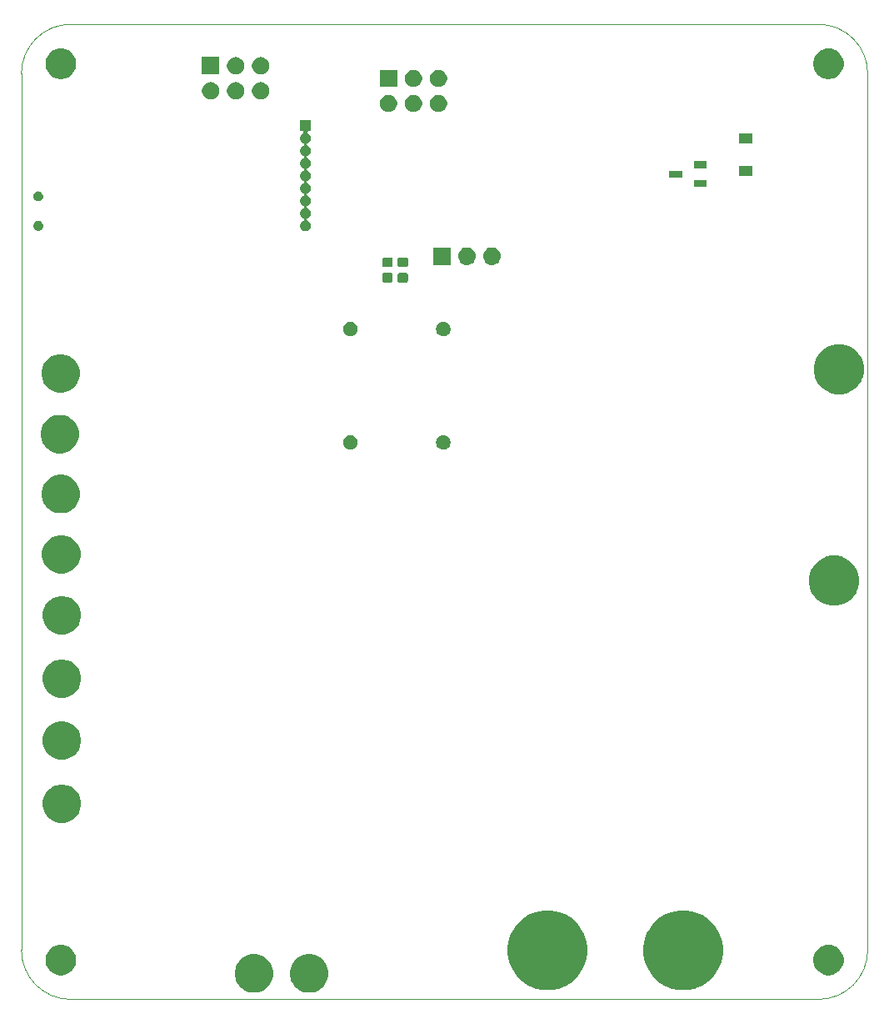
<source format=gbr>
G04 #@! TF.GenerationSoftware,KiCad,Pcbnew,(5.1.2)-2*
G04 #@! TF.CreationDate,2022-02-01T22:26:33+01:00*
G04 #@! TF.ProjectId,PDM,50444d2e-6b69-4636-9164-5f7063625858,rev?*
G04 #@! TF.SameCoordinates,Original*
G04 #@! TF.FileFunction,Soldermask,Bot*
G04 #@! TF.FilePolarity,Negative*
%FSLAX46Y46*%
G04 Gerber Fmt 4.6, Leading zero omitted, Abs format (unit mm)*
G04 Created by KiCad (PCBNEW (5.1.2)-2) date 2022-02-01 22:26:33*
%MOMM*%
%LPD*%
G04 APERTURE LIST*
%ADD10C,0.050000*%
%ADD11C,0.100000*%
G04 APERTURE END LIST*
D10*
X74000000Y-80000000D02*
X74000000Y-118000000D01*
X79000000Y-123000000D02*
G75*
G02X74000000Y-118000000I0J5000000D01*
G01*
X160000000Y-118000000D02*
G75*
G02X155000000Y-123000000I-5000000J0D01*
G01*
X155000000Y-24000000D02*
G75*
G02X160000000Y-29000000I0J-5000000D01*
G01*
X74000000Y-29000000D02*
G75*
G02X79000000Y-24000000I5000000J0D01*
G01*
X155000000Y-123000000D02*
X79000000Y-123000000D01*
X160000000Y-29000000D02*
X160000000Y-118000000D01*
X79000000Y-24000000D02*
X155000000Y-24000000D01*
X74000000Y-80000000D02*
X74000000Y-29000000D01*
D11*
G36*
X103797845Y-118491095D02*
G01*
X104152903Y-118638165D01*
X104152905Y-118638166D01*
X104472450Y-118851679D01*
X104744201Y-119123430D01*
X104957714Y-119442975D01*
X104957715Y-119442977D01*
X105104785Y-119798035D01*
X105179760Y-120174962D01*
X105179760Y-120559278D01*
X105104785Y-120936205D01*
X105053779Y-121059344D01*
X104957714Y-121291265D01*
X104744201Y-121610810D01*
X104472450Y-121882561D01*
X104152905Y-122096074D01*
X104152904Y-122096075D01*
X104152903Y-122096075D01*
X103797845Y-122243145D01*
X103420918Y-122318120D01*
X103036602Y-122318120D01*
X102659675Y-122243145D01*
X102304617Y-122096075D01*
X102304616Y-122096075D01*
X102304615Y-122096074D01*
X101985070Y-121882561D01*
X101713319Y-121610810D01*
X101499806Y-121291265D01*
X101403741Y-121059344D01*
X101352735Y-120936205D01*
X101277760Y-120559278D01*
X101277760Y-120174962D01*
X101352735Y-119798035D01*
X101499805Y-119442977D01*
X101499806Y-119442975D01*
X101713319Y-119123430D01*
X101985070Y-118851679D01*
X102304615Y-118638166D01*
X102304617Y-118638165D01*
X102659675Y-118491095D01*
X103036602Y-118416120D01*
X103420918Y-118416120D01*
X103797845Y-118491095D01*
X103797845Y-118491095D01*
G37*
G36*
X98194605Y-118491095D02*
G01*
X98549663Y-118638165D01*
X98549665Y-118638166D01*
X98869210Y-118851679D01*
X99140961Y-119123430D01*
X99354474Y-119442975D01*
X99354475Y-119442977D01*
X99501545Y-119798035D01*
X99576520Y-120174962D01*
X99576520Y-120559278D01*
X99501545Y-120936205D01*
X99450539Y-121059344D01*
X99354474Y-121291265D01*
X99140961Y-121610810D01*
X98869210Y-121882561D01*
X98549665Y-122096074D01*
X98549664Y-122096075D01*
X98549663Y-122096075D01*
X98194605Y-122243145D01*
X97817678Y-122318120D01*
X97433362Y-122318120D01*
X97056435Y-122243145D01*
X96701377Y-122096075D01*
X96701376Y-122096075D01*
X96701375Y-122096074D01*
X96381830Y-121882561D01*
X96110079Y-121610810D01*
X95896566Y-121291265D01*
X95800501Y-121059344D01*
X95749495Y-120936205D01*
X95674520Y-120559278D01*
X95674520Y-120174962D01*
X95749495Y-119798035D01*
X95896565Y-119442977D01*
X95896566Y-119442975D01*
X96110079Y-119123430D01*
X96381830Y-118851679D01*
X96701375Y-118638166D01*
X96701377Y-118638165D01*
X97056435Y-118491095D01*
X97433362Y-118416120D01*
X97817678Y-118416120D01*
X98194605Y-118491095D01*
X98194605Y-118491095D01*
G37*
G36*
X142424332Y-114120237D02*
G01*
X142729705Y-114246727D01*
X143161568Y-114425610D01*
X143825062Y-114868943D01*
X144389317Y-115433198D01*
X144832650Y-116096692D01*
X144844786Y-116125992D01*
X145138023Y-116833928D01*
X145293700Y-117616570D01*
X145293700Y-118414550D01*
X145138023Y-119197192D01*
X145036216Y-119442975D01*
X144832650Y-119934428D01*
X144389317Y-120597922D01*
X143825062Y-121162177D01*
X143161568Y-121605510D01*
X142729705Y-121784393D01*
X142424332Y-121910883D01*
X141641690Y-122066560D01*
X140843710Y-122066560D01*
X140061068Y-121910883D01*
X139755695Y-121784393D01*
X139323832Y-121605510D01*
X138660338Y-121162177D01*
X138096083Y-120597922D01*
X137652750Y-119934428D01*
X137449184Y-119442975D01*
X137347377Y-119197192D01*
X137191700Y-118414550D01*
X137191700Y-117616570D01*
X137347377Y-116833928D01*
X137640614Y-116125992D01*
X137652750Y-116096692D01*
X138096083Y-115433198D01*
X138660338Y-114868943D01*
X139323832Y-114425610D01*
X139755695Y-114246727D01*
X140061068Y-114120237D01*
X140843710Y-113964560D01*
X141641690Y-113964560D01*
X142424332Y-114120237D01*
X142424332Y-114120237D01*
G37*
G36*
X128631632Y-114114677D02*
G01*
X128937005Y-114241167D01*
X129368868Y-114420050D01*
X130032362Y-114863383D01*
X130596617Y-115427638D01*
X131039950Y-116091132D01*
X131163612Y-116389680D01*
X131345323Y-116828368D01*
X131501000Y-117611010D01*
X131501000Y-118408990D01*
X131345323Y-119191632D01*
X131241213Y-119442975D01*
X131039950Y-119928868D01*
X130596617Y-120592362D01*
X130032362Y-121156617D01*
X129368868Y-121599950D01*
X128937005Y-121778833D01*
X128631632Y-121905323D01*
X127848990Y-122061000D01*
X127051010Y-122061000D01*
X126268368Y-121905323D01*
X125962995Y-121778833D01*
X125531132Y-121599950D01*
X124867638Y-121156617D01*
X124303383Y-120592362D01*
X123860050Y-119928868D01*
X123658787Y-119442975D01*
X123554677Y-119191632D01*
X123399000Y-118408990D01*
X123399000Y-117611010D01*
X123554677Y-116828368D01*
X123736388Y-116389680D01*
X123860050Y-116091132D01*
X124303383Y-115427638D01*
X124867638Y-114863383D01*
X125531132Y-114420050D01*
X125962995Y-114241167D01*
X126268368Y-114114677D01*
X127051010Y-113959000D01*
X127848990Y-113959000D01*
X128631632Y-114114677D01*
X128631632Y-114114677D01*
G37*
G36*
X78302585Y-117478802D02*
G01*
X78452410Y-117508604D01*
X78734674Y-117625521D01*
X78988705Y-117795259D01*
X79204741Y-118011295D01*
X79374479Y-118265326D01*
X79491396Y-118547590D01*
X79551000Y-118847240D01*
X79551000Y-119152760D01*
X79491396Y-119452410D01*
X79374479Y-119734674D01*
X79204741Y-119988705D01*
X78988705Y-120204741D01*
X78734674Y-120374479D01*
X78452410Y-120491396D01*
X78306235Y-120520472D01*
X78152761Y-120551000D01*
X77847239Y-120551000D01*
X77693765Y-120520472D01*
X77547590Y-120491396D01*
X77265326Y-120374479D01*
X77011295Y-120204741D01*
X76795259Y-119988705D01*
X76625521Y-119734674D01*
X76508604Y-119452410D01*
X76449000Y-119152760D01*
X76449000Y-118847240D01*
X76508604Y-118547590D01*
X76625521Y-118265326D01*
X76795259Y-118011295D01*
X77011295Y-117795259D01*
X77265326Y-117625521D01*
X77547590Y-117508604D01*
X77697415Y-117478802D01*
X77847239Y-117449000D01*
X78152761Y-117449000D01*
X78302585Y-117478802D01*
X78302585Y-117478802D01*
G37*
G36*
X156302585Y-117478802D02*
G01*
X156452410Y-117508604D01*
X156734674Y-117625521D01*
X156988705Y-117795259D01*
X157204741Y-118011295D01*
X157374479Y-118265326D01*
X157491396Y-118547590D01*
X157551000Y-118847240D01*
X157551000Y-119152760D01*
X157491396Y-119452410D01*
X157374479Y-119734674D01*
X157204741Y-119988705D01*
X156988705Y-120204741D01*
X156734674Y-120374479D01*
X156452410Y-120491396D01*
X156306235Y-120520472D01*
X156152761Y-120551000D01*
X155847239Y-120551000D01*
X155693765Y-120520472D01*
X155547590Y-120491396D01*
X155265326Y-120374479D01*
X155011295Y-120204741D01*
X154795259Y-119988705D01*
X154625521Y-119734674D01*
X154508604Y-119452410D01*
X154449000Y-119152760D01*
X154449000Y-118847240D01*
X154508604Y-118547590D01*
X154625521Y-118265326D01*
X154795259Y-118011295D01*
X155011295Y-117795259D01*
X155265326Y-117625521D01*
X155547590Y-117508604D01*
X155697415Y-117478802D01*
X155847239Y-117449000D01*
X156152761Y-117449000D01*
X156302585Y-117478802D01*
X156302585Y-117478802D01*
G37*
G36*
X78674285Y-101250735D02*
G01*
X79029343Y-101397805D01*
X79029345Y-101397806D01*
X79348890Y-101611319D01*
X79620641Y-101883070D01*
X79834154Y-102202615D01*
X79834155Y-102202617D01*
X79981225Y-102557675D01*
X80056200Y-102934602D01*
X80056200Y-103318918D01*
X79981225Y-103695845D01*
X79834155Y-104050903D01*
X79834154Y-104050905D01*
X79620641Y-104370450D01*
X79348890Y-104642201D01*
X79029345Y-104855714D01*
X79029344Y-104855715D01*
X79029343Y-104855715D01*
X78674285Y-105002785D01*
X78297358Y-105077760D01*
X77913042Y-105077760D01*
X77536115Y-105002785D01*
X77181057Y-104855715D01*
X77181056Y-104855715D01*
X77181055Y-104855714D01*
X76861510Y-104642201D01*
X76589759Y-104370450D01*
X76376246Y-104050905D01*
X76376245Y-104050903D01*
X76229175Y-103695845D01*
X76154200Y-103318918D01*
X76154200Y-102934602D01*
X76229175Y-102557675D01*
X76376245Y-102202617D01*
X76376246Y-102202615D01*
X76589759Y-101883070D01*
X76861510Y-101611319D01*
X77181055Y-101397806D01*
X77181057Y-101397805D01*
X77536115Y-101250735D01*
X77913042Y-101175760D01*
X78297358Y-101175760D01*
X78674285Y-101250735D01*
X78674285Y-101250735D01*
G37*
G36*
X78674285Y-94840735D02*
G01*
X79029343Y-94987805D01*
X79029345Y-94987806D01*
X79348890Y-95201319D01*
X79620641Y-95473070D01*
X79834154Y-95792615D01*
X79834155Y-95792617D01*
X79981225Y-96147675D01*
X80056200Y-96524602D01*
X80056200Y-96908918D01*
X79981225Y-97285845D01*
X79834155Y-97640903D01*
X79834154Y-97640905D01*
X79620641Y-97960450D01*
X79348890Y-98232201D01*
X79029345Y-98445714D01*
X79029344Y-98445715D01*
X79029343Y-98445715D01*
X78674285Y-98592785D01*
X78297358Y-98667760D01*
X77913042Y-98667760D01*
X77536115Y-98592785D01*
X77181057Y-98445715D01*
X77181056Y-98445715D01*
X77181055Y-98445714D01*
X76861510Y-98232201D01*
X76589759Y-97960450D01*
X76376246Y-97640905D01*
X76376245Y-97640903D01*
X76229175Y-97285845D01*
X76154200Y-96908918D01*
X76154200Y-96524602D01*
X76229175Y-96147675D01*
X76376245Y-95792617D01*
X76376246Y-95792615D01*
X76589759Y-95473070D01*
X76861510Y-95201319D01*
X77181055Y-94987806D01*
X77181057Y-94987805D01*
X77536115Y-94840735D01*
X77913042Y-94765760D01*
X78297358Y-94765760D01*
X78674285Y-94840735D01*
X78674285Y-94840735D01*
G37*
G36*
X78674285Y-88551935D02*
G01*
X79029343Y-88699005D01*
X79029345Y-88699006D01*
X79348890Y-88912519D01*
X79620641Y-89184270D01*
X79834154Y-89503815D01*
X79834155Y-89503817D01*
X79981225Y-89858875D01*
X80056200Y-90235802D01*
X80056200Y-90620118D01*
X79981225Y-90997045D01*
X79834155Y-91352103D01*
X79834154Y-91352105D01*
X79620641Y-91671650D01*
X79348890Y-91943401D01*
X79029345Y-92156914D01*
X79029344Y-92156915D01*
X79029343Y-92156915D01*
X78674285Y-92303985D01*
X78297358Y-92378960D01*
X77913042Y-92378960D01*
X77536115Y-92303985D01*
X77181057Y-92156915D01*
X77181056Y-92156915D01*
X77181055Y-92156914D01*
X76861510Y-91943401D01*
X76589759Y-91671650D01*
X76376246Y-91352105D01*
X76376245Y-91352103D01*
X76229175Y-90997045D01*
X76154200Y-90620118D01*
X76154200Y-90235802D01*
X76229175Y-89858875D01*
X76376245Y-89503817D01*
X76376246Y-89503815D01*
X76589759Y-89184270D01*
X76861510Y-88912519D01*
X77181055Y-88699006D01*
X77181057Y-88699005D01*
X77536115Y-88551935D01*
X77913042Y-88476960D01*
X78297358Y-88476960D01*
X78674285Y-88551935D01*
X78674285Y-88551935D01*
G37*
G36*
X78674285Y-82110735D02*
G01*
X79009276Y-82249493D01*
X79029345Y-82257806D01*
X79348890Y-82471319D01*
X79620641Y-82743070D01*
X79819711Y-83041000D01*
X79834155Y-83062617D01*
X79981225Y-83417675D01*
X80056200Y-83794602D01*
X80056200Y-84178918D01*
X79981225Y-84555845D01*
X79834155Y-84910903D01*
X79834154Y-84910905D01*
X79620641Y-85230450D01*
X79348890Y-85502201D01*
X79029345Y-85715714D01*
X79029344Y-85715715D01*
X79029343Y-85715715D01*
X78674285Y-85862785D01*
X78297358Y-85937760D01*
X77913042Y-85937760D01*
X77536115Y-85862785D01*
X77181057Y-85715715D01*
X77181056Y-85715715D01*
X77181055Y-85715714D01*
X76861510Y-85502201D01*
X76589759Y-85230450D01*
X76376246Y-84910905D01*
X76376245Y-84910903D01*
X76229175Y-84555845D01*
X76154200Y-84178918D01*
X76154200Y-83794602D01*
X76229175Y-83417675D01*
X76376245Y-83062617D01*
X76390689Y-83041000D01*
X76589759Y-82743070D01*
X76861510Y-82471319D01*
X77181055Y-82257806D01*
X77201124Y-82249493D01*
X77536115Y-82110735D01*
X77913042Y-82035760D01*
X78297358Y-82035760D01*
X78674285Y-82110735D01*
X78674285Y-82110735D01*
G37*
G36*
X157314098Y-78037033D02*
G01*
X157778350Y-78229332D01*
X157778352Y-78229333D01*
X158196168Y-78508509D01*
X158551491Y-78863832D01*
X158686575Y-79066000D01*
X158830668Y-79281650D01*
X159022967Y-79745902D01*
X159121000Y-80238747D01*
X159121000Y-80741253D01*
X159022967Y-81234098D01*
X158901093Y-81528329D01*
X158830667Y-81698352D01*
X158551491Y-82116168D01*
X158196168Y-82471491D01*
X157778352Y-82750667D01*
X157778351Y-82750668D01*
X157778350Y-82750668D01*
X157314098Y-82942967D01*
X156821253Y-83041000D01*
X156318747Y-83041000D01*
X155825902Y-82942967D01*
X155361650Y-82750668D01*
X155361649Y-82750668D01*
X155361648Y-82750667D01*
X154943832Y-82471491D01*
X154588509Y-82116168D01*
X154309333Y-81698352D01*
X154238907Y-81528329D01*
X154117033Y-81234098D01*
X154019000Y-80741253D01*
X154019000Y-80238747D01*
X154117033Y-79745902D01*
X154309332Y-79281650D01*
X154453425Y-79066000D01*
X154588509Y-78863832D01*
X154943832Y-78508509D01*
X155361648Y-78229333D01*
X155361650Y-78229332D01*
X155825902Y-78037033D01*
X156318747Y-77939000D01*
X156821253Y-77939000D01*
X157314098Y-78037033D01*
X157314098Y-78037033D01*
G37*
G36*
X78613325Y-75932735D02*
G01*
X78968383Y-76079805D01*
X78968385Y-76079806D01*
X79287930Y-76293319D01*
X79559681Y-76565070D01*
X79773194Y-76884615D01*
X79773195Y-76884617D01*
X79920265Y-77239675D01*
X79995240Y-77616602D01*
X79995240Y-78000918D01*
X79920265Y-78377845D01*
X79774187Y-78730507D01*
X79773194Y-78732905D01*
X79559681Y-79052450D01*
X79287930Y-79324201D01*
X78968385Y-79537714D01*
X78968384Y-79537715D01*
X78968383Y-79537715D01*
X78613325Y-79684785D01*
X78236398Y-79759760D01*
X77852082Y-79759760D01*
X77475155Y-79684785D01*
X77120097Y-79537715D01*
X77120096Y-79537715D01*
X77120095Y-79537714D01*
X76800550Y-79324201D01*
X76528799Y-79052450D01*
X76315286Y-78732905D01*
X76314293Y-78730507D01*
X76168215Y-78377845D01*
X76093240Y-78000918D01*
X76093240Y-77616602D01*
X76168215Y-77239675D01*
X76315285Y-76884617D01*
X76315286Y-76884615D01*
X76528799Y-76565070D01*
X76800550Y-76293319D01*
X77120095Y-76079806D01*
X77120097Y-76079805D01*
X77475155Y-75932735D01*
X77852082Y-75857760D01*
X78236398Y-75857760D01*
X78613325Y-75932735D01*
X78613325Y-75932735D01*
G37*
G36*
X78562525Y-69815935D02*
G01*
X78917583Y-69963005D01*
X78917585Y-69963006D01*
X79237130Y-70176519D01*
X79508881Y-70448270D01*
X79722394Y-70767815D01*
X79722395Y-70767817D01*
X79869465Y-71122875D01*
X79944440Y-71499802D01*
X79944440Y-71884118D01*
X79869465Y-72261045D01*
X79722395Y-72616103D01*
X79722394Y-72616105D01*
X79508881Y-72935650D01*
X79237130Y-73207401D01*
X78917585Y-73420914D01*
X78917584Y-73420915D01*
X78917583Y-73420915D01*
X78562525Y-73567985D01*
X78185598Y-73642960D01*
X77801282Y-73642960D01*
X77424355Y-73567985D01*
X77069297Y-73420915D01*
X77069296Y-73420915D01*
X77069295Y-73420914D01*
X76749750Y-73207401D01*
X76477999Y-72935650D01*
X76264486Y-72616105D01*
X76264485Y-72616103D01*
X76117415Y-72261045D01*
X76042440Y-71884118D01*
X76042440Y-71499802D01*
X76117415Y-71122875D01*
X76264485Y-70767817D01*
X76264486Y-70767815D01*
X76477999Y-70448270D01*
X76749750Y-70176519D01*
X77069295Y-69963006D01*
X77069297Y-69963005D01*
X77424355Y-69815935D01*
X77801282Y-69740960D01*
X78185598Y-69740960D01*
X78562525Y-69815935D01*
X78562525Y-69815935D01*
G37*
G36*
X78460925Y-63730335D02*
G01*
X78815983Y-63877405D01*
X78815985Y-63877406D01*
X79135530Y-64090919D01*
X79407281Y-64362670D01*
X79620794Y-64682215D01*
X79620795Y-64682217D01*
X79767865Y-65037275D01*
X79842840Y-65414202D01*
X79842840Y-65798518D01*
X79767865Y-66175445D01*
X79620795Y-66530503D01*
X79620794Y-66530505D01*
X79407281Y-66850050D01*
X79135530Y-67121801D01*
X78815985Y-67335314D01*
X78815984Y-67335315D01*
X78815983Y-67335315D01*
X78460925Y-67482385D01*
X78083998Y-67557360D01*
X77699682Y-67557360D01*
X77322755Y-67482385D01*
X76967697Y-67335315D01*
X76967696Y-67335315D01*
X76967695Y-67335314D01*
X76648150Y-67121801D01*
X76376399Y-66850050D01*
X76162886Y-66530505D01*
X76162885Y-66530503D01*
X76015815Y-66175445D01*
X75940840Y-65798518D01*
X75940840Y-65414202D01*
X76015815Y-65037275D01*
X76162885Y-64682217D01*
X76162886Y-64682215D01*
X76376399Y-64362670D01*
X76648150Y-64090919D01*
X76967695Y-63877406D01*
X76967697Y-63877405D01*
X77322755Y-63730335D01*
X77699682Y-63655360D01*
X78083998Y-63655360D01*
X78460925Y-63730335D01*
X78460925Y-63730335D01*
G37*
G36*
X107600376Y-65718817D02*
G01*
X107648128Y-65728315D01*
X107783072Y-65784211D01*
X107904519Y-65865359D01*
X108007801Y-65968641D01*
X108088949Y-66090088D01*
X108142277Y-66218832D01*
X108144845Y-66225033D01*
X108173340Y-66368287D01*
X108173340Y-66514353D01*
X108170127Y-66530505D01*
X108144845Y-66657608D01*
X108088949Y-66792552D01*
X108007801Y-66913999D01*
X107904519Y-67017281D01*
X107783072Y-67098429D01*
X107648128Y-67154325D01*
X107600376Y-67163823D01*
X107504873Y-67182820D01*
X107358807Y-67182820D01*
X107263304Y-67163823D01*
X107215552Y-67154325D01*
X107080608Y-67098429D01*
X106959161Y-67017281D01*
X106855879Y-66913999D01*
X106774731Y-66792552D01*
X106718835Y-66657608D01*
X106693553Y-66530505D01*
X106690340Y-66514353D01*
X106690340Y-66368287D01*
X106718835Y-66225033D01*
X106721404Y-66218832D01*
X106774731Y-66090088D01*
X106855879Y-65968641D01*
X106959161Y-65865359D01*
X107080608Y-65784211D01*
X107215552Y-65728315D01*
X107263304Y-65718817D01*
X107358807Y-65699820D01*
X107504873Y-65699820D01*
X107600376Y-65718817D01*
X107600376Y-65718817D01*
G37*
G36*
X117039016Y-65712617D02*
G01*
X117086768Y-65722115D01*
X117221712Y-65778011D01*
X117343159Y-65859159D01*
X117446441Y-65962441D01*
X117450584Y-65968642D01*
X117527590Y-66083890D01*
X117583485Y-66218833D01*
X117611980Y-66362087D01*
X117611980Y-66508153D01*
X117607534Y-66530503D01*
X117583485Y-66651408D01*
X117527589Y-66786352D01*
X117446441Y-66907799D01*
X117343159Y-67011081D01*
X117221712Y-67092229D01*
X117086768Y-67148125D01*
X117055598Y-67154325D01*
X116943513Y-67176620D01*
X116797447Y-67176620D01*
X116685362Y-67154325D01*
X116654192Y-67148125D01*
X116519248Y-67092229D01*
X116397801Y-67011081D01*
X116294519Y-66907799D01*
X116213371Y-66786352D01*
X116157475Y-66651408D01*
X116133426Y-66530503D01*
X116128980Y-66508153D01*
X116128980Y-66362087D01*
X116157475Y-66218833D01*
X116213370Y-66083890D01*
X116290376Y-65968642D01*
X116294519Y-65962441D01*
X116397801Y-65859159D01*
X116519248Y-65778011D01*
X116654192Y-65722115D01*
X116701944Y-65712617D01*
X116797447Y-65693620D01*
X116943513Y-65693620D01*
X117039016Y-65712617D01*
X117039016Y-65712617D01*
G37*
G36*
X157814098Y-56567033D02*
G01*
X158278350Y-56759332D01*
X158278352Y-56759333D01*
X158696168Y-57038509D01*
X159051491Y-57393832D01*
X159186575Y-57596000D01*
X159330668Y-57811650D01*
X159522967Y-58275902D01*
X159621000Y-58768747D01*
X159621000Y-59271253D01*
X159522967Y-59764098D01*
X159401093Y-60058329D01*
X159330667Y-60228352D01*
X159051491Y-60646168D01*
X158696168Y-61001491D01*
X158278352Y-61280667D01*
X158278351Y-61280668D01*
X158278350Y-61280668D01*
X157814098Y-61472967D01*
X157321253Y-61571000D01*
X156818747Y-61571000D01*
X156325902Y-61472967D01*
X155861650Y-61280668D01*
X155861649Y-61280668D01*
X155861648Y-61280667D01*
X155443832Y-61001491D01*
X155088509Y-60646168D01*
X154809333Y-60228352D01*
X154738907Y-60058329D01*
X154617033Y-59764098D01*
X154519000Y-59271253D01*
X154519000Y-58768747D01*
X154617033Y-58275902D01*
X154809332Y-57811650D01*
X154953425Y-57596000D01*
X155088509Y-57393832D01*
X155443832Y-57038509D01*
X155861648Y-56759333D01*
X155861650Y-56759332D01*
X156325902Y-56567033D01*
X156818747Y-56469000D01*
X157321253Y-56469000D01*
X157814098Y-56567033D01*
X157814098Y-56567033D01*
G37*
G36*
X78547085Y-57559975D02*
G01*
X78902143Y-57707045D01*
X78902145Y-57707046D01*
X79221690Y-57920559D01*
X79493441Y-58192310D01*
X79549295Y-58275902D01*
X79706955Y-58511857D01*
X79854025Y-58866915D01*
X79929000Y-59243842D01*
X79929000Y-59628158D01*
X79854025Y-60005085D01*
X79731285Y-60301405D01*
X79706954Y-60360145D01*
X79493441Y-60679690D01*
X79221690Y-60951441D01*
X78902145Y-61164954D01*
X78902144Y-61164955D01*
X78902143Y-61164955D01*
X78547085Y-61312025D01*
X78170158Y-61387000D01*
X77785842Y-61387000D01*
X77408915Y-61312025D01*
X77053857Y-61164955D01*
X77053856Y-61164955D01*
X77053855Y-61164954D01*
X76734310Y-60951441D01*
X76462559Y-60679690D01*
X76249046Y-60360145D01*
X76224715Y-60301405D01*
X76101975Y-60005085D01*
X76027000Y-59628158D01*
X76027000Y-59243842D01*
X76101975Y-58866915D01*
X76249045Y-58511857D01*
X76406705Y-58275902D01*
X76462559Y-58192310D01*
X76734310Y-57920559D01*
X77053855Y-57707046D01*
X77053857Y-57707045D01*
X77408915Y-57559975D01*
X77785842Y-57485000D01*
X78170158Y-57485000D01*
X78547085Y-57559975D01*
X78547085Y-57559975D01*
G37*
G36*
X107600376Y-54218817D02*
G01*
X107648128Y-54228315D01*
X107783072Y-54284211D01*
X107904519Y-54365359D01*
X108007801Y-54468641D01*
X108088949Y-54590088D01*
X108142277Y-54718832D01*
X108144845Y-54725033D01*
X108172107Y-54862087D01*
X108173340Y-54868289D01*
X108173340Y-55014351D01*
X108144845Y-55157608D01*
X108088949Y-55292552D01*
X108007801Y-55413999D01*
X107904519Y-55517281D01*
X107783072Y-55598429D01*
X107648128Y-55654325D01*
X107600376Y-55663823D01*
X107504873Y-55682820D01*
X107358807Y-55682820D01*
X107263304Y-55663823D01*
X107215552Y-55654325D01*
X107080608Y-55598429D01*
X106959161Y-55517281D01*
X106855879Y-55413999D01*
X106774731Y-55292552D01*
X106718835Y-55157608D01*
X106690340Y-55014351D01*
X106690340Y-54868289D01*
X106691574Y-54862087D01*
X106718835Y-54725033D01*
X106721404Y-54718832D01*
X106774731Y-54590088D01*
X106855879Y-54468641D01*
X106959161Y-54365359D01*
X107080608Y-54284211D01*
X107215552Y-54228315D01*
X107263304Y-54218817D01*
X107358807Y-54199820D01*
X107504873Y-54199820D01*
X107600376Y-54218817D01*
X107600376Y-54218817D01*
G37*
G36*
X117039016Y-54212617D02*
G01*
X117086768Y-54222115D01*
X117221712Y-54278011D01*
X117343159Y-54359159D01*
X117446441Y-54462441D01*
X117450584Y-54468642D01*
X117527590Y-54583890D01*
X117583485Y-54718833D01*
X117611980Y-54862087D01*
X117611980Y-55008153D01*
X117592983Y-55103656D01*
X117583485Y-55151408D01*
X117527589Y-55286352D01*
X117446441Y-55407799D01*
X117343159Y-55511081D01*
X117221712Y-55592229D01*
X117086768Y-55648125D01*
X117055598Y-55654325D01*
X116943513Y-55676620D01*
X116797447Y-55676620D01*
X116685362Y-55654325D01*
X116654192Y-55648125D01*
X116519248Y-55592229D01*
X116397801Y-55511081D01*
X116294519Y-55407799D01*
X116213371Y-55286352D01*
X116157475Y-55151408D01*
X116147977Y-55103656D01*
X116128980Y-55008153D01*
X116128980Y-54862087D01*
X116157475Y-54718833D01*
X116213370Y-54583890D01*
X116290376Y-54468642D01*
X116294519Y-54462441D01*
X116397801Y-54359159D01*
X116519248Y-54278011D01*
X116654192Y-54222115D01*
X116701944Y-54212617D01*
X116797447Y-54193620D01*
X116943513Y-54193620D01*
X117039016Y-54212617D01*
X117039016Y-54212617D01*
G37*
G36*
X113134071Y-49243805D02*
G01*
X113168049Y-49254113D01*
X113199370Y-49270854D01*
X113226819Y-49293381D01*
X113249346Y-49320830D01*
X113266087Y-49352151D01*
X113276395Y-49386129D01*
X113280480Y-49427610D01*
X113280480Y-50028830D01*
X113276395Y-50070311D01*
X113266087Y-50104289D01*
X113249346Y-50135610D01*
X113226819Y-50163059D01*
X113199370Y-50185586D01*
X113168049Y-50202327D01*
X113134071Y-50212635D01*
X113092590Y-50216720D01*
X112416370Y-50216720D01*
X112374889Y-50212635D01*
X112340911Y-50202327D01*
X112309590Y-50185586D01*
X112282141Y-50163059D01*
X112259614Y-50135610D01*
X112242873Y-50104289D01*
X112232565Y-50070311D01*
X112228480Y-50028830D01*
X112228480Y-49427610D01*
X112232565Y-49386129D01*
X112242873Y-49352151D01*
X112259614Y-49320830D01*
X112282141Y-49293381D01*
X112309590Y-49270854D01*
X112340911Y-49254113D01*
X112374889Y-49243805D01*
X112416370Y-49239720D01*
X113092590Y-49239720D01*
X113134071Y-49243805D01*
X113134071Y-49243805D01*
G37*
G36*
X111579591Y-49243805D02*
G01*
X111613569Y-49254113D01*
X111644890Y-49270854D01*
X111672339Y-49293381D01*
X111694866Y-49320830D01*
X111711607Y-49352151D01*
X111721915Y-49386129D01*
X111726000Y-49427610D01*
X111726000Y-50028830D01*
X111721915Y-50070311D01*
X111711607Y-50104289D01*
X111694866Y-50135610D01*
X111672339Y-50163059D01*
X111644890Y-50185586D01*
X111613569Y-50202327D01*
X111579591Y-50212635D01*
X111538110Y-50216720D01*
X110861890Y-50216720D01*
X110820409Y-50212635D01*
X110786431Y-50202327D01*
X110755110Y-50185586D01*
X110727661Y-50163059D01*
X110705134Y-50135610D01*
X110688393Y-50104289D01*
X110678085Y-50070311D01*
X110674000Y-50028830D01*
X110674000Y-49427610D01*
X110678085Y-49386129D01*
X110688393Y-49352151D01*
X110705134Y-49320830D01*
X110727661Y-49293381D01*
X110755110Y-49270854D01*
X110786431Y-49254113D01*
X110820409Y-49243805D01*
X110861890Y-49239720D01*
X111538110Y-49239720D01*
X111579591Y-49243805D01*
X111579591Y-49243805D01*
G37*
G36*
X113134071Y-47668805D02*
G01*
X113168049Y-47679113D01*
X113199370Y-47695854D01*
X113226819Y-47718381D01*
X113249346Y-47745830D01*
X113266087Y-47777151D01*
X113276395Y-47811129D01*
X113280480Y-47852610D01*
X113280480Y-48453830D01*
X113276395Y-48495311D01*
X113266087Y-48529289D01*
X113249346Y-48560610D01*
X113226819Y-48588059D01*
X113199370Y-48610586D01*
X113168049Y-48627327D01*
X113134071Y-48637635D01*
X113092590Y-48641720D01*
X112416370Y-48641720D01*
X112374889Y-48637635D01*
X112340911Y-48627327D01*
X112309590Y-48610586D01*
X112282141Y-48588059D01*
X112259614Y-48560610D01*
X112242873Y-48529289D01*
X112232565Y-48495311D01*
X112228480Y-48453830D01*
X112228480Y-47852610D01*
X112232565Y-47811129D01*
X112242873Y-47777151D01*
X112259614Y-47745830D01*
X112282141Y-47718381D01*
X112309590Y-47695854D01*
X112340911Y-47679113D01*
X112374889Y-47668805D01*
X112416370Y-47664720D01*
X113092590Y-47664720D01*
X113134071Y-47668805D01*
X113134071Y-47668805D01*
G37*
G36*
X111579591Y-47668805D02*
G01*
X111613569Y-47679113D01*
X111644890Y-47695854D01*
X111672339Y-47718381D01*
X111694866Y-47745830D01*
X111711607Y-47777151D01*
X111721915Y-47811129D01*
X111726000Y-47852610D01*
X111726000Y-48453830D01*
X111721915Y-48495311D01*
X111711607Y-48529289D01*
X111694866Y-48560610D01*
X111672339Y-48588059D01*
X111644890Y-48610586D01*
X111613569Y-48627327D01*
X111579591Y-48637635D01*
X111538110Y-48641720D01*
X110861890Y-48641720D01*
X110820409Y-48637635D01*
X110786431Y-48627327D01*
X110755110Y-48610586D01*
X110727661Y-48588059D01*
X110705134Y-48560610D01*
X110688393Y-48529289D01*
X110678085Y-48495311D01*
X110674000Y-48453830D01*
X110674000Y-47852610D01*
X110678085Y-47811129D01*
X110688393Y-47777151D01*
X110705134Y-47745830D01*
X110727661Y-47718381D01*
X110755110Y-47695854D01*
X110786431Y-47679113D01*
X110820409Y-47668805D01*
X110861890Y-47664720D01*
X111538110Y-47664720D01*
X111579591Y-47668805D01*
X111579591Y-47668805D01*
G37*
G36*
X117631000Y-48451000D02*
G01*
X115829000Y-48451000D01*
X115829000Y-46649000D01*
X117631000Y-46649000D01*
X117631000Y-48451000D01*
X117631000Y-48451000D01*
G37*
G36*
X121920442Y-46655518D02*
G01*
X121986627Y-46662037D01*
X122156466Y-46713557D01*
X122312991Y-46797222D01*
X122348729Y-46826552D01*
X122450186Y-46909814D01*
X122533448Y-47011271D01*
X122562778Y-47047009D01*
X122646443Y-47203534D01*
X122697963Y-47373373D01*
X122715359Y-47550000D01*
X122697963Y-47726627D01*
X122646443Y-47896466D01*
X122562778Y-48052991D01*
X122533448Y-48088729D01*
X122450186Y-48190186D01*
X122348729Y-48273448D01*
X122312991Y-48302778D01*
X122156466Y-48386443D01*
X121986627Y-48437963D01*
X121920442Y-48444482D01*
X121854260Y-48451000D01*
X121765740Y-48451000D01*
X121699558Y-48444482D01*
X121633373Y-48437963D01*
X121463534Y-48386443D01*
X121307009Y-48302778D01*
X121271271Y-48273448D01*
X121169814Y-48190186D01*
X121086552Y-48088729D01*
X121057222Y-48052991D01*
X120973557Y-47896466D01*
X120922037Y-47726627D01*
X120904641Y-47550000D01*
X120922037Y-47373373D01*
X120973557Y-47203534D01*
X121057222Y-47047009D01*
X121086552Y-47011271D01*
X121169814Y-46909814D01*
X121271271Y-46826552D01*
X121307009Y-46797222D01*
X121463534Y-46713557D01*
X121633373Y-46662037D01*
X121699557Y-46655519D01*
X121765740Y-46649000D01*
X121854260Y-46649000D01*
X121920442Y-46655518D01*
X121920442Y-46655518D01*
G37*
G36*
X119380442Y-46655518D02*
G01*
X119446627Y-46662037D01*
X119616466Y-46713557D01*
X119772991Y-46797222D01*
X119808729Y-46826552D01*
X119910186Y-46909814D01*
X119993448Y-47011271D01*
X120022778Y-47047009D01*
X120106443Y-47203534D01*
X120157963Y-47373373D01*
X120175359Y-47550000D01*
X120157963Y-47726627D01*
X120106443Y-47896466D01*
X120022778Y-48052991D01*
X119993448Y-48088729D01*
X119910186Y-48190186D01*
X119808729Y-48273448D01*
X119772991Y-48302778D01*
X119616466Y-48386443D01*
X119446627Y-48437963D01*
X119380442Y-48444482D01*
X119314260Y-48451000D01*
X119225740Y-48451000D01*
X119159558Y-48444482D01*
X119093373Y-48437963D01*
X118923534Y-48386443D01*
X118767009Y-48302778D01*
X118731271Y-48273448D01*
X118629814Y-48190186D01*
X118546552Y-48088729D01*
X118517222Y-48052991D01*
X118433557Y-47896466D01*
X118382037Y-47726627D01*
X118364641Y-47550000D01*
X118382037Y-47373373D01*
X118433557Y-47203534D01*
X118517222Y-47047009D01*
X118546552Y-47011271D01*
X118629814Y-46909814D01*
X118731271Y-46826552D01*
X118767009Y-46797222D01*
X118923534Y-46713557D01*
X119093373Y-46662037D01*
X119159557Y-46655519D01*
X119225740Y-46649000D01*
X119314260Y-46649000D01*
X119380442Y-46655518D01*
X119380442Y-46655518D01*
G37*
G36*
X103421000Y-34841000D02*
G01*
X103192735Y-34841000D01*
X103168349Y-34843402D01*
X103144900Y-34850515D01*
X103123289Y-34862066D01*
X103104347Y-34877611D01*
X103088802Y-34896553D01*
X103077251Y-34918164D01*
X103070138Y-34941613D01*
X103067736Y-34965999D01*
X103070138Y-34990385D01*
X103077251Y-35013834D01*
X103088802Y-35035445D01*
X103104347Y-35054387D01*
X103123289Y-35069932D01*
X103133802Y-35076233D01*
X103177600Y-35099644D01*
X103177602Y-35099645D01*
X103177601Y-35099645D01*
X103261501Y-35168499D01*
X103330357Y-35252400D01*
X103366995Y-35320945D01*
X103381521Y-35348121D01*
X103413027Y-35451985D01*
X103423666Y-35560000D01*
X103413027Y-35668015D01*
X103381521Y-35771879D01*
X103381519Y-35771882D01*
X103330357Y-35867600D01*
X103261501Y-35951501D01*
X103177600Y-36020357D01*
X103109055Y-36056995D01*
X103081879Y-36071521D01*
X103069131Y-36075388D01*
X103046504Y-36084760D01*
X103026130Y-36098374D01*
X103008803Y-36115701D01*
X102995189Y-36136075D01*
X102985812Y-36158714D01*
X102981031Y-36182747D01*
X102981031Y-36207251D01*
X102985811Y-36231285D01*
X102995188Y-36253924D01*
X103008802Y-36274298D01*
X103026129Y-36291625D01*
X103046503Y-36305239D01*
X103069131Y-36314612D01*
X103081879Y-36318479D01*
X103109055Y-36333005D01*
X103177600Y-36369643D01*
X103261501Y-36438499D01*
X103330357Y-36522400D01*
X103366995Y-36590945D01*
X103381521Y-36618121D01*
X103413027Y-36721985D01*
X103423666Y-36830000D01*
X103413027Y-36938015D01*
X103381521Y-37041879D01*
X103381519Y-37041882D01*
X103330357Y-37137600D01*
X103261501Y-37221501D01*
X103177600Y-37290357D01*
X103109055Y-37326995D01*
X103081879Y-37341521D01*
X103069131Y-37345388D01*
X103046504Y-37354760D01*
X103026130Y-37368374D01*
X103008803Y-37385701D01*
X102995189Y-37406075D01*
X102985812Y-37428714D01*
X102981031Y-37452747D01*
X102981031Y-37477251D01*
X102985811Y-37501285D01*
X102995188Y-37523924D01*
X103008802Y-37544298D01*
X103026129Y-37561625D01*
X103046503Y-37575239D01*
X103069131Y-37584612D01*
X103081879Y-37588479D01*
X103109055Y-37603005D01*
X103177600Y-37639643D01*
X103261501Y-37708499D01*
X103330357Y-37792400D01*
X103366995Y-37860945D01*
X103381521Y-37888121D01*
X103413027Y-37991985D01*
X103423666Y-38100000D01*
X103413027Y-38208015D01*
X103381521Y-38311879D01*
X103381519Y-38311882D01*
X103330357Y-38407600D01*
X103261501Y-38491501D01*
X103177600Y-38560357D01*
X103109055Y-38596995D01*
X103081879Y-38611521D01*
X103069131Y-38615388D01*
X103046504Y-38624760D01*
X103026130Y-38638374D01*
X103008803Y-38655701D01*
X102995189Y-38676075D01*
X102985812Y-38698714D01*
X102981031Y-38722747D01*
X102981031Y-38747251D01*
X102985811Y-38771285D01*
X102995188Y-38793924D01*
X103008802Y-38814298D01*
X103026129Y-38831625D01*
X103046503Y-38845239D01*
X103069131Y-38854612D01*
X103081879Y-38858479D01*
X103109055Y-38873005D01*
X103177600Y-38909643D01*
X103261501Y-38978499D01*
X103330357Y-39062400D01*
X103366995Y-39130945D01*
X103381521Y-39158121D01*
X103413027Y-39261985D01*
X103423666Y-39370000D01*
X103413027Y-39478015D01*
X103381521Y-39581879D01*
X103381519Y-39581882D01*
X103330357Y-39677600D01*
X103261501Y-39761501D01*
X103177600Y-39830357D01*
X103109055Y-39866995D01*
X103081879Y-39881521D01*
X103069131Y-39885388D01*
X103046504Y-39894760D01*
X103026130Y-39908374D01*
X103008803Y-39925701D01*
X102995189Y-39946075D01*
X102985812Y-39968714D01*
X102981031Y-39992747D01*
X102981031Y-40017251D01*
X102985811Y-40041285D01*
X102995188Y-40063924D01*
X103008802Y-40084298D01*
X103026129Y-40101625D01*
X103046503Y-40115239D01*
X103069131Y-40124612D01*
X103081879Y-40128479D01*
X103109055Y-40143005D01*
X103177600Y-40179643D01*
X103261501Y-40248499D01*
X103330357Y-40332400D01*
X103366995Y-40400945D01*
X103381521Y-40428121D01*
X103413027Y-40531985D01*
X103423666Y-40640000D01*
X103413027Y-40748015D01*
X103381521Y-40851879D01*
X103381519Y-40851882D01*
X103330357Y-40947600D01*
X103261501Y-41031501D01*
X103177600Y-41100357D01*
X103113590Y-41134571D01*
X103081879Y-41151521D01*
X103069131Y-41155388D01*
X103046504Y-41164760D01*
X103026130Y-41178374D01*
X103008803Y-41195701D01*
X102995189Y-41216075D01*
X102985812Y-41238714D01*
X102981031Y-41262747D01*
X102981031Y-41287251D01*
X102985811Y-41311285D01*
X102995188Y-41333924D01*
X103008802Y-41354298D01*
X103026129Y-41371625D01*
X103046503Y-41385239D01*
X103069131Y-41394612D01*
X103081879Y-41398479D01*
X103109055Y-41413005D01*
X103177600Y-41449643D01*
X103261501Y-41518499D01*
X103330357Y-41602400D01*
X103366995Y-41670945D01*
X103381521Y-41698121D01*
X103413027Y-41801985D01*
X103423666Y-41910000D01*
X103413027Y-42018015D01*
X103381521Y-42121879D01*
X103381519Y-42121882D01*
X103330357Y-42217600D01*
X103261501Y-42301501D01*
X103177600Y-42370357D01*
X103109055Y-42406995D01*
X103081879Y-42421521D01*
X103069131Y-42425388D01*
X103046504Y-42434760D01*
X103026130Y-42448374D01*
X103008803Y-42465701D01*
X102995189Y-42486075D01*
X102985812Y-42508714D01*
X102981031Y-42532747D01*
X102981031Y-42557251D01*
X102985811Y-42581285D01*
X102995188Y-42603924D01*
X103008802Y-42624298D01*
X103026129Y-42641625D01*
X103046503Y-42655239D01*
X103069131Y-42664612D01*
X103081879Y-42668479D01*
X103109055Y-42683005D01*
X103177600Y-42719643D01*
X103261501Y-42788499D01*
X103330357Y-42872400D01*
X103366995Y-42940945D01*
X103381521Y-42968121D01*
X103413027Y-43071985D01*
X103423666Y-43180000D01*
X103413027Y-43288015D01*
X103381521Y-43391879D01*
X103381519Y-43391882D01*
X103330357Y-43487600D01*
X103261501Y-43571501D01*
X103177600Y-43640357D01*
X103109055Y-43676995D01*
X103081879Y-43691521D01*
X103069131Y-43695388D01*
X103046504Y-43704760D01*
X103026130Y-43718374D01*
X103008803Y-43735701D01*
X102995189Y-43756075D01*
X102985812Y-43778714D01*
X102981031Y-43802747D01*
X102981031Y-43827251D01*
X102985811Y-43851285D01*
X102995188Y-43873924D01*
X103008802Y-43894298D01*
X103026129Y-43911625D01*
X103046503Y-43925239D01*
X103069131Y-43934612D01*
X103081879Y-43938479D01*
X103108933Y-43952940D01*
X103177600Y-43989643D01*
X103261501Y-44058499D01*
X103330357Y-44142400D01*
X103366995Y-44210945D01*
X103381521Y-44238121D01*
X103413027Y-44341985D01*
X103423666Y-44450000D01*
X103413027Y-44558015D01*
X103381521Y-44661879D01*
X103381519Y-44661882D01*
X103330357Y-44757600D01*
X103261501Y-44841501D01*
X103177600Y-44910357D01*
X103109055Y-44946995D01*
X103081879Y-44961521D01*
X102978015Y-44993027D01*
X102897067Y-45001000D01*
X102842933Y-45001000D01*
X102761985Y-44993027D01*
X102658121Y-44961521D01*
X102630945Y-44946995D01*
X102562400Y-44910357D01*
X102478499Y-44841501D01*
X102409643Y-44757600D01*
X102358481Y-44661882D01*
X102358479Y-44661879D01*
X102326973Y-44558015D01*
X102316334Y-44450000D01*
X102326973Y-44341985D01*
X102358479Y-44238121D01*
X102373005Y-44210945D01*
X102409643Y-44142400D01*
X102478499Y-44058499D01*
X102562400Y-43989643D01*
X102631067Y-43952940D01*
X102658121Y-43938479D01*
X102670869Y-43934612D01*
X102693496Y-43925240D01*
X102713870Y-43911626D01*
X102731197Y-43894299D01*
X102744811Y-43873925D01*
X102754188Y-43851286D01*
X102758969Y-43827253D01*
X102758969Y-43802749D01*
X102754189Y-43778715D01*
X102744812Y-43756076D01*
X102731198Y-43735702D01*
X102713871Y-43718375D01*
X102693497Y-43704761D01*
X102670869Y-43695388D01*
X102658121Y-43691521D01*
X102630945Y-43676995D01*
X102562400Y-43640357D01*
X102478499Y-43571501D01*
X102409643Y-43487600D01*
X102358481Y-43391882D01*
X102358479Y-43391879D01*
X102326973Y-43288015D01*
X102316334Y-43180000D01*
X102326973Y-43071985D01*
X102358479Y-42968121D01*
X102373005Y-42940945D01*
X102409643Y-42872400D01*
X102478499Y-42788499D01*
X102562400Y-42719643D01*
X102630945Y-42683005D01*
X102658121Y-42668479D01*
X102670869Y-42664612D01*
X102693496Y-42655240D01*
X102713870Y-42641626D01*
X102731197Y-42624299D01*
X102744811Y-42603925D01*
X102754188Y-42581286D01*
X102758969Y-42557253D01*
X102758969Y-42532749D01*
X102754189Y-42508715D01*
X102744812Y-42486076D01*
X102731198Y-42465702D01*
X102713871Y-42448375D01*
X102693497Y-42434761D01*
X102670869Y-42425388D01*
X102658121Y-42421521D01*
X102630945Y-42406995D01*
X102562400Y-42370357D01*
X102478499Y-42301501D01*
X102409643Y-42217600D01*
X102358481Y-42121882D01*
X102358479Y-42121879D01*
X102326973Y-42018015D01*
X102316334Y-41910000D01*
X102326973Y-41801985D01*
X102358479Y-41698121D01*
X102373005Y-41670945D01*
X102409643Y-41602400D01*
X102478499Y-41518499D01*
X102562400Y-41449643D01*
X102630945Y-41413005D01*
X102658121Y-41398479D01*
X102670869Y-41394612D01*
X102693496Y-41385240D01*
X102713870Y-41371626D01*
X102731197Y-41354299D01*
X102744811Y-41333925D01*
X102754188Y-41311286D01*
X102758969Y-41287253D01*
X102758969Y-41262749D01*
X102754189Y-41238715D01*
X102744812Y-41216076D01*
X102731198Y-41195702D01*
X102713871Y-41178375D01*
X102693497Y-41164761D01*
X102670869Y-41155388D01*
X102658121Y-41151521D01*
X102626410Y-41134571D01*
X102562400Y-41100357D01*
X102478499Y-41031501D01*
X102409643Y-40947600D01*
X102358481Y-40851882D01*
X102358479Y-40851879D01*
X102326973Y-40748015D01*
X102316334Y-40640000D01*
X102326973Y-40531985D01*
X102358479Y-40428121D01*
X102373005Y-40400945D01*
X102409643Y-40332400D01*
X102478499Y-40248499D01*
X102562400Y-40179643D01*
X102630945Y-40143005D01*
X102658121Y-40128479D01*
X102670869Y-40124612D01*
X102693496Y-40115240D01*
X102713870Y-40101626D01*
X102731197Y-40084299D01*
X102744811Y-40063925D01*
X102754188Y-40041286D01*
X102758969Y-40017253D01*
X102758969Y-39992749D01*
X102754189Y-39968715D01*
X102744812Y-39946076D01*
X102731198Y-39925702D01*
X102713871Y-39908375D01*
X102693497Y-39894761D01*
X102670869Y-39885388D01*
X102658121Y-39881521D01*
X102630945Y-39866995D01*
X102562400Y-39830357D01*
X102478499Y-39761501D01*
X102409643Y-39677600D01*
X102358481Y-39581882D01*
X102358479Y-39581879D01*
X102326973Y-39478015D01*
X102316334Y-39370000D01*
X102326973Y-39261985D01*
X102358479Y-39158121D01*
X102373005Y-39130945D01*
X102409643Y-39062400D01*
X102478499Y-38978499D01*
X102562400Y-38909643D01*
X102630945Y-38873005D01*
X102658121Y-38858479D01*
X102670869Y-38854612D01*
X102693496Y-38845240D01*
X102713870Y-38831626D01*
X102731197Y-38814299D01*
X102744811Y-38793925D01*
X102754188Y-38771286D01*
X102758969Y-38747253D01*
X102758969Y-38722749D01*
X102754189Y-38698715D01*
X102744812Y-38676076D01*
X102731198Y-38655702D01*
X102713871Y-38638375D01*
X102693497Y-38624761D01*
X102670869Y-38615388D01*
X102658121Y-38611521D01*
X102630945Y-38596995D01*
X102562400Y-38560357D01*
X102478499Y-38491501D01*
X102409643Y-38407600D01*
X102358481Y-38311882D01*
X102358479Y-38311879D01*
X102326973Y-38208015D01*
X102316334Y-38100000D01*
X102326973Y-37991985D01*
X102358479Y-37888121D01*
X102373005Y-37860945D01*
X102409643Y-37792400D01*
X102478499Y-37708499D01*
X102562400Y-37639643D01*
X102630945Y-37603005D01*
X102658121Y-37588479D01*
X102670869Y-37584612D01*
X102693496Y-37575240D01*
X102713870Y-37561626D01*
X102731197Y-37544299D01*
X102744811Y-37523925D01*
X102754188Y-37501286D01*
X102758969Y-37477253D01*
X102758969Y-37452749D01*
X102754189Y-37428715D01*
X102744812Y-37406076D01*
X102731198Y-37385702D01*
X102713871Y-37368375D01*
X102693497Y-37354761D01*
X102670869Y-37345388D01*
X102658121Y-37341521D01*
X102630945Y-37326995D01*
X102562400Y-37290357D01*
X102478499Y-37221501D01*
X102409643Y-37137600D01*
X102358481Y-37041882D01*
X102358479Y-37041879D01*
X102326973Y-36938015D01*
X102316334Y-36830000D01*
X102326973Y-36721985D01*
X102358479Y-36618121D01*
X102373005Y-36590945D01*
X102409643Y-36522400D01*
X102478499Y-36438499D01*
X102562400Y-36369643D01*
X102630945Y-36333005D01*
X102658121Y-36318479D01*
X102670869Y-36314612D01*
X102693496Y-36305240D01*
X102713870Y-36291626D01*
X102731197Y-36274299D01*
X102744811Y-36253925D01*
X102754188Y-36231286D01*
X102758969Y-36207253D01*
X102758969Y-36182749D01*
X102754189Y-36158715D01*
X102744812Y-36136076D01*
X102731198Y-36115702D01*
X102713871Y-36098375D01*
X102693497Y-36084761D01*
X102670869Y-36075388D01*
X102658121Y-36071521D01*
X102630945Y-36056995D01*
X102562400Y-36020357D01*
X102478499Y-35951501D01*
X102409643Y-35867600D01*
X102358481Y-35771882D01*
X102358479Y-35771879D01*
X102326973Y-35668015D01*
X102316334Y-35560000D01*
X102326973Y-35451985D01*
X102358479Y-35348121D01*
X102373005Y-35320945D01*
X102409643Y-35252400D01*
X102478499Y-35168499D01*
X102562399Y-35099645D01*
X102562398Y-35099645D01*
X102562400Y-35099644D01*
X102606193Y-35076236D01*
X102626563Y-35062625D01*
X102643890Y-35045298D01*
X102657504Y-35024924D01*
X102666881Y-35002285D01*
X102671662Y-34978252D01*
X102671662Y-34953748D01*
X102666882Y-34929714D01*
X102657505Y-34907076D01*
X102643891Y-34886701D01*
X102626564Y-34869374D01*
X102606190Y-34855760D01*
X102583551Y-34846383D01*
X102559518Y-34841602D01*
X102547265Y-34841000D01*
X102319000Y-34841000D01*
X102319000Y-33739000D01*
X103421000Y-33739000D01*
X103421000Y-34841000D01*
X103421000Y-34841000D01*
G37*
G36*
X75805180Y-43962566D02*
G01*
X75853576Y-43972193D01*
X75891342Y-43987836D01*
X75944751Y-44009959D01*
X75944752Y-44009960D01*
X76026809Y-44064788D01*
X76096592Y-44134571D01*
X76096593Y-44134573D01*
X76151421Y-44216629D01*
X76189187Y-44307805D01*
X76208440Y-44404595D01*
X76208440Y-44503285D01*
X76189187Y-44600075D01*
X76151421Y-44691251D01*
X76151420Y-44691252D01*
X76096592Y-44773309D01*
X76026809Y-44843092D01*
X75985502Y-44870692D01*
X75944751Y-44897921D01*
X75891342Y-44920044D01*
X75853576Y-44935687D01*
X75805180Y-44945313D01*
X75756785Y-44954940D01*
X75658095Y-44954940D01*
X75609700Y-44945314D01*
X75561304Y-44935687D01*
X75523538Y-44920044D01*
X75470129Y-44897921D01*
X75429378Y-44870692D01*
X75388071Y-44843092D01*
X75318288Y-44773309D01*
X75263460Y-44691252D01*
X75263459Y-44691251D01*
X75225693Y-44600075D01*
X75206440Y-44503285D01*
X75206440Y-44404595D01*
X75225693Y-44307805D01*
X75263459Y-44216629D01*
X75318287Y-44134573D01*
X75318288Y-44134571D01*
X75388071Y-44064788D01*
X75470128Y-44009960D01*
X75470129Y-44009959D01*
X75523538Y-43987836D01*
X75561304Y-43972193D01*
X75609700Y-43962566D01*
X75658095Y-43952940D01*
X75756785Y-43952940D01*
X75805180Y-43962566D01*
X75805180Y-43962566D01*
G37*
G36*
X75805180Y-40962566D02*
G01*
X75853576Y-40972193D01*
X75891342Y-40987836D01*
X75944751Y-41009959D01*
X75944752Y-41009960D01*
X76026809Y-41064788D01*
X76096592Y-41134571D01*
X76096593Y-41134573D01*
X76151421Y-41216629D01*
X76170524Y-41262749D01*
X76189187Y-41307804D01*
X76194383Y-41333925D01*
X76208440Y-41404595D01*
X76208440Y-41503285D01*
X76189187Y-41600075D01*
X76151421Y-41691251D01*
X76124192Y-41732002D01*
X76096592Y-41773309D01*
X76026809Y-41843092D01*
X75985502Y-41870692D01*
X75944751Y-41897921D01*
X75915589Y-41910000D01*
X75853576Y-41935687D01*
X75805180Y-41945313D01*
X75756785Y-41954940D01*
X75658095Y-41954940D01*
X75609700Y-41945313D01*
X75561304Y-41935687D01*
X75499291Y-41910000D01*
X75470129Y-41897921D01*
X75429378Y-41870692D01*
X75388071Y-41843092D01*
X75318288Y-41773309D01*
X75290688Y-41732002D01*
X75263459Y-41691251D01*
X75225693Y-41600075D01*
X75206440Y-41503285D01*
X75206440Y-41404595D01*
X75220497Y-41333925D01*
X75225693Y-41307804D01*
X75244356Y-41262749D01*
X75263459Y-41216629D01*
X75318287Y-41134573D01*
X75318288Y-41134571D01*
X75388071Y-41064788D01*
X75470128Y-41009960D01*
X75470129Y-41009959D01*
X75523538Y-40987836D01*
X75561304Y-40972193D01*
X75609700Y-40962566D01*
X75658095Y-40952940D01*
X75756785Y-40952940D01*
X75805180Y-40962566D01*
X75805180Y-40962566D01*
G37*
G36*
X143633000Y-40503360D02*
G01*
X142331000Y-40503360D01*
X142331000Y-39801360D01*
X143633000Y-39801360D01*
X143633000Y-40503360D01*
X143633000Y-40503360D01*
G37*
G36*
X141133000Y-39553360D02*
G01*
X139831000Y-39553360D01*
X139831000Y-38851360D01*
X141133000Y-38851360D01*
X141133000Y-39553360D01*
X141133000Y-39553360D01*
G37*
G36*
X148250400Y-39412800D02*
G01*
X146948400Y-39412800D01*
X146948400Y-38410800D01*
X148250400Y-38410800D01*
X148250400Y-39412800D01*
X148250400Y-39412800D01*
G37*
G36*
X143633000Y-38603360D02*
G01*
X142331000Y-38603360D01*
X142331000Y-37901360D01*
X143633000Y-37901360D01*
X143633000Y-38603360D01*
X143633000Y-38603360D01*
G37*
G36*
X148250400Y-36112800D02*
G01*
X146948400Y-36112800D01*
X146948400Y-35110800D01*
X148250400Y-35110800D01*
X148250400Y-36112800D01*
X148250400Y-36112800D01*
G37*
G36*
X111555520Y-31197664D02*
G01*
X111714942Y-31263699D01*
X111858418Y-31359566D01*
X111980434Y-31481582D01*
X112076301Y-31625058D01*
X112142336Y-31784480D01*
X112176000Y-31953721D01*
X112176000Y-32126279D01*
X112142336Y-32295520D01*
X112076301Y-32454942D01*
X111980434Y-32598418D01*
X111858418Y-32720434D01*
X111714942Y-32816301D01*
X111555520Y-32882336D01*
X111386280Y-32916000D01*
X111213720Y-32916000D01*
X111129101Y-32899168D01*
X111044480Y-32882336D01*
X110885058Y-32816301D01*
X110741582Y-32720434D01*
X110619566Y-32598418D01*
X110523699Y-32454942D01*
X110457664Y-32295520D01*
X110424000Y-32126279D01*
X110424000Y-31953721D01*
X110457664Y-31784480D01*
X110523699Y-31625058D01*
X110619566Y-31481582D01*
X110741582Y-31359566D01*
X110885058Y-31263699D01*
X111044480Y-31197664D01*
X111213720Y-31164000D01*
X111386280Y-31164000D01*
X111555520Y-31197664D01*
X111555520Y-31197664D01*
G37*
G36*
X116635520Y-31197664D02*
G01*
X116794942Y-31263699D01*
X116938418Y-31359566D01*
X117060434Y-31481582D01*
X117156301Y-31625058D01*
X117222336Y-31784480D01*
X117256000Y-31953721D01*
X117256000Y-32126279D01*
X117222336Y-32295520D01*
X117156301Y-32454942D01*
X117060434Y-32598418D01*
X116938418Y-32720434D01*
X116794942Y-32816301D01*
X116635520Y-32882336D01*
X116466280Y-32916000D01*
X116293720Y-32916000D01*
X116209101Y-32899168D01*
X116124480Y-32882336D01*
X115965058Y-32816301D01*
X115821582Y-32720434D01*
X115699566Y-32598418D01*
X115603699Y-32454942D01*
X115537664Y-32295520D01*
X115504000Y-32126279D01*
X115504000Y-31953721D01*
X115537664Y-31784480D01*
X115603699Y-31625058D01*
X115699566Y-31481582D01*
X115821582Y-31359566D01*
X115965058Y-31263699D01*
X116124480Y-31197664D01*
X116293720Y-31164000D01*
X116466280Y-31164000D01*
X116635520Y-31197664D01*
X116635520Y-31197664D01*
G37*
G36*
X114095520Y-31197664D02*
G01*
X114254942Y-31263699D01*
X114398418Y-31359566D01*
X114520434Y-31481582D01*
X114616301Y-31625058D01*
X114682336Y-31784480D01*
X114716000Y-31953721D01*
X114716000Y-32126279D01*
X114682336Y-32295520D01*
X114616301Y-32454942D01*
X114520434Y-32598418D01*
X114398418Y-32720434D01*
X114254942Y-32816301D01*
X114095520Y-32882336D01*
X113926280Y-32916000D01*
X113753720Y-32916000D01*
X113669101Y-32899168D01*
X113584480Y-32882336D01*
X113425058Y-32816301D01*
X113281582Y-32720434D01*
X113159566Y-32598418D01*
X113063699Y-32454942D01*
X112997664Y-32295520D01*
X112964000Y-32126279D01*
X112964000Y-31953721D01*
X112997664Y-31784480D01*
X113063699Y-31625058D01*
X113159566Y-31481582D01*
X113281582Y-31359566D01*
X113425058Y-31263699D01*
X113584480Y-31197664D01*
X113753720Y-31164000D01*
X113926280Y-31164000D01*
X114095520Y-31197664D01*
X114095520Y-31197664D01*
G37*
G36*
X93388899Y-29874832D02*
G01*
X93473520Y-29891664D01*
X93632942Y-29957699D01*
X93776418Y-30053566D01*
X93898434Y-30175582D01*
X93994301Y-30319058D01*
X94060336Y-30478480D01*
X94094000Y-30647721D01*
X94094000Y-30820279D01*
X94060336Y-30989520D01*
X93994301Y-31148942D01*
X93898434Y-31292418D01*
X93776418Y-31414434D01*
X93632942Y-31510301D01*
X93473520Y-31576336D01*
X93304280Y-31610000D01*
X93131720Y-31610000D01*
X92962480Y-31576336D01*
X92803058Y-31510301D01*
X92659582Y-31414434D01*
X92537566Y-31292418D01*
X92441699Y-31148942D01*
X92375664Y-30989520D01*
X92342000Y-30820279D01*
X92342000Y-30647721D01*
X92375664Y-30478480D01*
X92441699Y-30319058D01*
X92537566Y-30175582D01*
X92659582Y-30053566D01*
X92803058Y-29957699D01*
X92962480Y-29891664D01*
X93047101Y-29874832D01*
X93131720Y-29858000D01*
X93304280Y-29858000D01*
X93388899Y-29874832D01*
X93388899Y-29874832D01*
G37*
G36*
X95928899Y-29874832D02*
G01*
X96013520Y-29891664D01*
X96172942Y-29957699D01*
X96316418Y-30053566D01*
X96438434Y-30175582D01*
X96534301Y-30319058D01*
X96600336Y-30478480D01*
X96634000Y-30647721D01*
X96634000Y-30820279D01*
X96600336Y-30989520D01*
X96534301Y-31148942D01*
X96438434Y-31292418D01*
X96316418Y-31414434D01*
X96172942Y-31510301D01*
X96013520Y-31576336D01*
X95844280Y-31610000D01*
X95671720Y-31610000D01*
X95502480Y-31576336D01*
X95343058Y-31510301D01*
X95199582Y-31414434D01*
X95077566Y-31292418D01*
X94981699Y-31148942D01*
X94915664Y-30989520D01*
X94882000Y-30820279D01*
X94882000Y-30647721D01*
X94915664Y-30478480D01*
X94981699Y-30319058D01*
X95077566Y-30175582D01*
X95199582Y-30053566D01*
X95343058Y-29957699D01*
X95502480Y-29891664D01*
X95587101Y-29874832D01*
X95671720Y-29858000D01*
X95844280Y-29858000D01*
X95928899Y-29874832D01*
X95928899Y-29874832D01*
G37*
G36*
X98468899Y-29874832D02*
G01*
X98553520Y-29891664D01*
X98712942Y-29957699D01*
X98856418Y-30053566D01*
X98978434Y-30175582D01*
X99074301Y-30319058D01*
X99140336Y-30478480D01*
X99174000Y-30647721D01*
X99174000Y-30820279D01*
X99140336Y-30989520D01*
X99074301Y-31148942D01*
X98978434Y-31292418D01*
X98856418Y-31414434D01*
X98712942Y-31510301D01*
X98553520Y-31576336D01*
X98384280Y-31610000D01*
X98211720Y-31610000D01*
X98042480Y-31576336D01*
X97883058Y-31510301D01*
X97739582Y-31414434D01*
X97617566Y-31292418D01*
X97521699Y-31148942D01*
X97455664Y-30989520D01*
X97422000Y-30820279D01*
X97422000Y-30647721D01*
X97455664Y-30478480D01*
X97521699Y-30319058D01*
X97617566Y-30175582D01*
X97739582Y-30053566D01*
X97883058Y-29957699D01*
X98042480Y-29891664D01*
X98127101Y-29874832D01*
X98211720Y-29858000D01*
X98384280Y-29858000D01*
X98468899Y-29874832D01*
X98468899Y-29874832D01*
G37*
G36*
X112176000Y-30376000D02*
G01*
X110424000Y-30376000D01*
X110424000Y-28624000D01*
X112176000Y-28624000D01*
X112176000Y-30376000D01*
X112176000Y-30376000D01*
G37*
G36*
X114010899Y-28640832D02*
G01*
X114095520Y-28657664D01*
X114254942Y-28723699D01*
X114398418Y-28819566D01*
X114520434Y-28941582D01*
X114616301Y-29085058D01*
X114682336Y-29244480D01*
X114716000Y-29413721D01*
X114716000Y-29586279D01*
X114682336Y-29755520D01*
X114616301Y-29914942D01*
X114520434Y-30058418D01*
X114398418Y-30180434D01*
X114254942Y-30276301D01*
X114095520Y-30342336D01*
X113926280Y-30376000D01*
X113753720Y-30376000D01*
X113584480Y-30342336D01*
X113425058Y-30276301D01*
X113281582Y-30180434D01*
X113159566Y-30058418D01*
X113063699Y-29914942D01*
X112997664Y-29755520D01*
X112964000Y-29586279D01*
X112964000Y-29413721D01*
X112997664Y-29244480D01*
X113063699Y-29085058D01*
X113159566Y-28941582D01*
X113281582Y-28819566D01*
X113425058Y-28723699D01*
X113584480Y-28657664D01*
X113669101Y-28640832D01*
X113753720Y-28624000D01*
X113926280Y-28624000D01*
X114010899Y-28640832D01*
X114010899Y-28640832D01*
G37*
G36*
X116550899Y-28640832D02*
G01*
X116635520Y-28657664D01*
X116794942Y-28723699D01*
X116938418Y-28819566D01*
X117060434Y-28941582D01*
X117156301Y-29085058D01*
X117222336Y-29244480D01*
X117256000Y-29413721D01*
X117256000Y-29586279D01*
X117222336Y-29755520D01*
X117156301Y-29914942D01*
X117060434Y-30058418D01*
X116938418Y-30180434D01*
X116794942Y-30276301D01*
X116635520Y-30342336D01*
X116466280Y-30376000D01*
X116293720Y-30376000D01*
X116124480Y-30342336D01*
X115965058Y-30276301D01*
X115821582Y-30180434D01*
X115699566Y-30058418D01*
X115603699Y-29914942D01*
X115537664Y-29755520D01*
X115504000Y-29586279D01*
X115504000Y-29413721D01*
X115537664Y-29244480D01*
X115603699Y-29085058D01*
X115699566Y-28941582D01*
X115821582Y-28819566D01*
X115965058Y-28723699D01*
X116124480Y-28657664D01*
X116209101Y-28640832D01*
X116293720Y-28624000D01*
X116466280Y-28624000D01*
X116550899Y-28640832D01*
X116550899Y-28640832D01*
G37*
G36*
X156302585Y-26478802D02*
G01*
X156452410Y-26508604D01*
X156734674Y-26625521D01*
X156988705Y-26795259D01*
X157204741Y-27011295D01*
X157374479Y-27265326D01*
X157491396Y-27547590D01*
X157551000Y-27847240D01*
X157551000Y-28152760D01*
X157491396Y-28452410D01*
X157374479Y-28734674D01*
X157204741Y-28988705D01*
X156988705Y-29204741D01*
X156734674Y-29374479D01*
X156452410Y-29491396D01*
X156302585Y-29521198D01*
X156152761Y-29551000D01*
X155847239Y-29551000D01*
X155697415Y-29521198D01*
X155547590Y-29491396D01*
X155265326Y-29374479D01*
X155011295Y-29204741D01*
X154795259Y-28988705D01*
X154625521Y-28734674D01*
X154508604Y-28452410D01*
X154449000Y-28152760D01*
X154449000Y-27847240D01*
X154508604Y-27547590D01*
X154625521Y-27265326D01*
X154795259Y-27011295D01*
X155011295Y-26795259D01*
X155265326Y-26625521D01*
X155547590Y-26508604D01*
X155697415Y-26478802D01*
X155847239Y-26449000D01*
X156152761Y-26449000D01*
X156302585Y-26478802D01*
X156302585Y-26478802D01*
G37*
G36*
X78302585Y-26478802D02*
G01*
X78452410Y-26508604D01*
X78734674Y-26625521D01*
X78988705Y-26795259D01*
X79204741Y-27011295D01*
X79374479Y-27265326D01*
X79491396Y-27547590D01*
X79551000Y-27847240D01*
X79551000Y-28152760D01*
X79491396Y-28452410D01*
X79374479Y-28734674D01*
X79204741Y-28988705D01*
X78988705Y-29204741D01*
X78734674Y-29374479D01*
X78452410Y-29491396D01*
X78302585Y-29521198D01*
X78152761Y-29551000D01*
X77847239Y-29551000D01*
X77697415Y-29521198D01*
X77547590Y-29491396D01*
X77265326Y-29374479D01*
X77011295Y-29204741D01*
X76795259Y-28988705D01*
X76625521Y-28734674D01*
X76508604Y-28452410D01*
X76449000Y-28152760D01*
X76449000Y-27847240D01*
X76508604Y-27547590D01*
X76625521Y-27265326D01*
X76795259Y-27011295D01*
X77011295Y-26795259D01*
X77265326Y-26625521D01*
X77547590Y-26508604D01*
X77697415Y-26478802D01*
X77847239Y-26449000D01*
X78152761Y-26449000D01*
X78302585Y-26478802D01*
X78302585Y-26478802D01*
G37*
G36*
X98468899Y-27334832D02*
G01*
X98553520Y-27351664D01*
X98712942Y-27417699D01*
X98856418Y-27513566D01*
X98978434Y-27635582D01*
X99074301Y-27779058D01*
X99140336Y-27938480D01*
X99174000Y-28107721D01*
X99174000Y-28280279D01*
X99140336Y-28449520D01*
X99074301Y-28608942D01*
X98978434Y-28752418D01*
X98856418Y-28874434D01*
X98712942Y-28970301D01*
X98553520Y-29036336D01*
X98468899Y-29053168D01*
X98384280Y-29070000D01*
X98211720Y-29070000D01*
X98127101Y-29053168D01*
X98042480Y-29036336D01*
X97883058Y-28970301D01*
X97739582Y-28874434D01*
X97617566Y-28752418D01*
X97521699Y-28608942D01*
X97455664Y-28449520D01*
X97422000Y-28280279D01*
X97422000Y-28107721D01*
X97455664Y-27938480D01*
X97521699Y-27779058D01*
X97617566Y-27635582D01*
X97739582Y-27513566D01*
X97883058Y-27417699D01*
X98042480Y-27351664D01*
X98127101Y-27334832D01*
X98211720Y-27318000D01*
X98384280Y-27318000D01*
X98468899Y-27334832D01*
X98468899Y-27334832D01*
G37*
G36*
X95928899Y-27334832D02*
G01*
X96013520Y-27351664D01*
X96172942Y-27417699D01*
X96316418Y-27513566D01*
X96438434Y-27635582D01*
X96534301Y-27779058D01*
X96600336Y-27938480D01*
X96634000Y-28107721D01*
X96634000Y-28280279D01*
X96600336Y-28449520D01*
X96534301Y-28608942D01*
X96438434Y-28752418D01*
X96316418Y-28874434D01*
X96172942Y-28970301D01*
X96013520Y-29036336D01*
X95928899Y-29053168D01*
X95844280Y-29070000D01*
X95671720Y-29070000D01*
X95587101Y-29053168D01*
X95502480Y-29036336D01*
X95343058Y-28970301D01*
X95199582Y-28874434D01*
X95077566Y-28752418D01*
X94981699Y-28608942D01*
X94915664Y-28449520D01*
X94882000Y-28280279D01*
X94882000Y-28107721D01*
X94915664Y-27938480D01*
X94981699Y-27779058D01*
X95077566Y-27635582D01*
X95199582Y-27513566D01*
X95343058Y-27417699D01*
X95502480Y-27351664D01*
X95587101Y-27334832D01*
X95671720Y-27318000D01*
X95844280Y-27318000D01*
X95928899Y-27334832D01*
X95928899Y-27334832D01*
G37*
G36*
X94094000Y-29070000D02*
G01*
X92342000Y-29070000D01*
X92342000Y-27318000D01*
X94094000Y-27318000D01*
X94094000Y-29070000D01*
X94094000Y-29070000D01*
G37*
M02*

</source>
